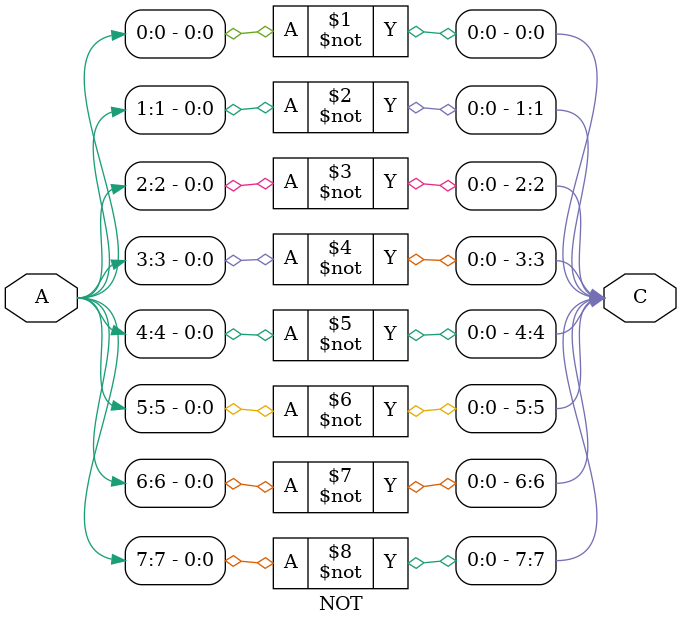
<source format=v>
`timescale 1ns / 1ps
module NOT #(parameter N = 8)
(
    input [N-1:0] A,
    output [N-1:0] C
);
	 
	 genvar i;
	 generate
	     for(i = 0; i < N; i = i + 1) begin
		      not G(C[i], A[i]);
		  end
	 endgenerate

endmodule

</source>
